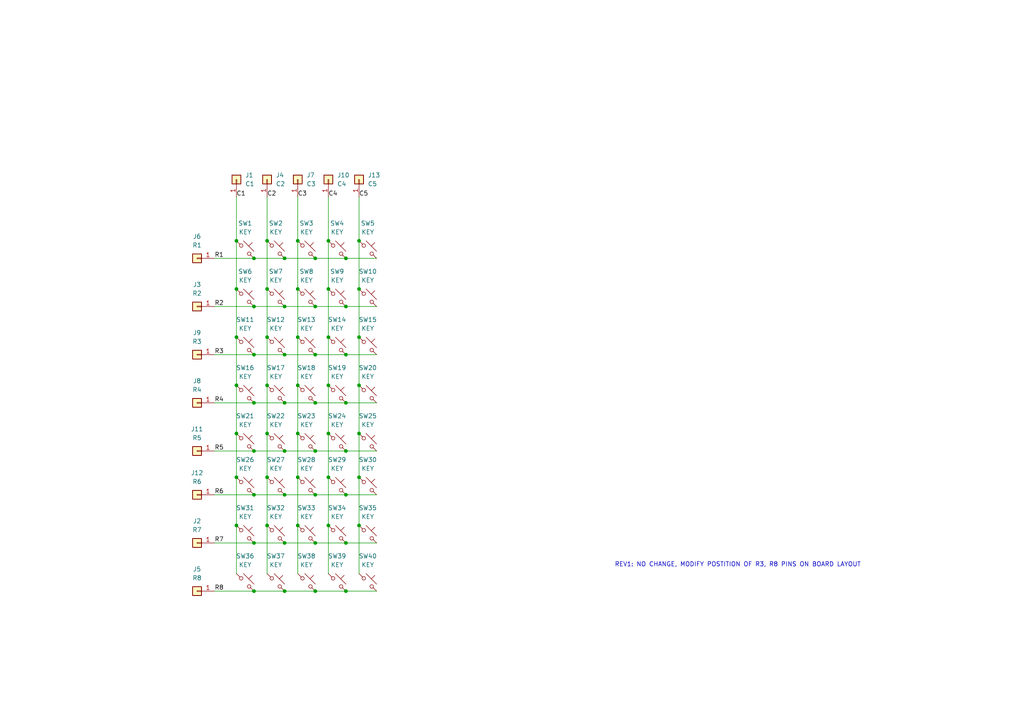
<source format=kicad_sch>
(kicad_sch (version 20231120) (generator "eeschema") (generator_version "8.0")
  (paper "A4")
  (title_block (title "TI-45 KEYBOARD") (date "2024-09-09") (rev "1") (company "CALCPSU"))
  (lib_symbols
    (symbol "Connector_Generic:Conn_01x01" (pin_names (offset 1.016) hide)
      (property "Reference" "J" (at 0 2.54 0))
      (property "Value" "Conn_01x01" (at 0 -2.54 0))
      (symbol "Conn_01x01_1_1"
        (rectangle (start -1.27 0.127) (end 0 -0.127) (stroke (width 0.1524)))
        (rectangle (start -1.27 1.27) (end 1.27 -1.27) (stroke (width 0.254)) (fill (type background)))
        (pin passive line (at -5.08 0 0) (length 3.81) (name "Pin_1") (number "1"))
      )
    )
    (symbol "Switch:SW_Push_45deg" (pin_numbers hide) (pin_names (offset 1.016) hide)
      (property "Reference" "SW" (at 3.048 1.016 0))
      (property "Value" "SW_Push_45deg" (at 0 -3.81 0))
      (symbol "SW_Push_45deg_0_1"
        (circle (center -1.1684 1.1684) (radius 0.508))
        (polyline (pts (xy -0.508 2.54) (xy 2.54 -0.508)))
        (polyline (pts (xy 1.016 1.016) (xy 2.032 2.032)))
        (polyline (pts (xy -2.54 2.54) (xy -1.524 1.524) (xy -1.524 1.524)))
        (polyline (pts (xy 1.524 -1.524) (xy 2.54 -2.54) (xy 2.54 -2.54) (xy 2.54 -2.54)))
        (circle (center 1.143 -1.1938) (radius 0.508))
        (pin passive line (at -2.54 2.54 0) (length 0) (name "1") (number "1"))
        (pin passive line (at 2.54 -2.54 180) (length 0) (name "2") (number "2"))
      )
    )
  )
  (junction (at 73.66 130.81))
  (junction (at 91.44 143.51))
  (junction (at 91.44 102.87))
  (junction (at 68.58 97.79))
  (junction (at 68.58 125.73))
  (junction (at 82.55 74.93))
  (junction (at 104.14 97.79))
  (junction (at 77.47 138.43))
  (junction (at 68.58 152.4))
  (junction (at 95.25 138.43))
  (junction (at 104.14 69.85))
  (junction (at 82.55 130.81))
  (junction (at 82.55 143.51))
  (junction (at 77.47 83.82))
  (junction (at 100.33 157.48))
  (junction (at 104.14 152.4))
  (junction (at 104.14 125.73))
  (junction (at 73.66 102.87))
  (junction (at 82.55 102.87))
  (junction (at 100.33 130.81))
  (junction (at 68.58 69.85))
  (junction (at 104.14 138.43))
  (junction (at 104.14 111.76))
  (junction (at 100.33 102.87))
  (junction (at 91.44 116.84))
  (junction (at 95.25 152.4))
  (junction (at 73.66 88.9))
  (junction (at 86.36 97.79))
  (junction (at 100.33 74.93))
  (junction (at 68.58 83.82))
  (junction (at 95.25 83.82))
  (junction (at 95.25 125.73))
  (junction (at 73.66 157.48))
  (junction (at 77.47 111.76))
  (junction (at 73.66 143.51))
  (junction (at 68.58 111.76))
  (junction (at 86.36 138.43))
  (junction (at 77.47 69.85))
  (junction (at 82.55 88.9))
  (junction (at 73.66 171.45))
  (junction (at 95.25 97.79))
  (junction (at 86.36 125.73))
  (junction (at 73.66 116.84))
  (junction (at 77.47 97.79))
  (junction (at 86.36 83.82))
  (junction (at 91.44 88.9))
  (junction (at 73.66 74.93))
  (junction (at 86.36 69.85))
  (junction (at 100.33 88.9))
  (junction (at 82.55 157.48))
  (junction (at 91.44 74.93))
  (junction (at 95.25 69.85))
  (junction (at 82.55 116.84))
  (junction (at 100.33 171.45))
  (junction (at 91.44 157.48))
  (junction (at 82.55 171.45))
  (junction (at 77.47 152.4))
  (junction (at 95.25 111.76))
  (junction (at 104.14 83.82))
  (junction (at 68.58 138.43))
  (junction (at 91.44 130.81))
  (junction (at 86.36 111.76))
  (junction (at 100.33 116.84))
  (junction (at 77.47 125.73))
  (junction (at 91.44 171.45))
  (junction (at 100.33 143.51))
  (junction (at 86.36 152.4))
  (wire (pts (xy 82.55 130.81) (xy 91.44 130.81)))
  (wire (pts (xy 62.23 74.93) (xy 73.66 74.93)))
  (wire (pts (xy 62.23 116.84) (xy 73.66 116.84)))
  (wire (pts (xy 95.25 125.73) (xy 95.25 138.43)))
  (wire (pts (xy 86.36 69.85) (xy 86.36 83.82)))
  (wire (pts (xy 68.58 138.43) (xy 68.58 152.4)))
  (wire (pts (xy 104.14 69.85) (xy 104.14 83.82)))
  (wire (pts (xy 77.47 97.79) (xy 77.47 111.76)))
  (wire (pts (xy 82.55 116.84) (xy 91.44 116.84)))
  (wire (pts (xy 104.14 111.76) (xy 104.14 125.73)))
  (wire (pts (xy 62.23 88.9) (xy 73.66 88.9)))
  (wire (pts (xy 82.55 74.93) (xy 91.44 74.93)))
  (wire (pts (xy 95.25 57.15) (xy 95.25 69.85)))
  (wire (pts (xy 73.66 130.81) (xy 82.55 130.81)))
  (wire (pts (xy 100.33 116.84) (xy 109.22 116.84)))
  (wire (pts (xy 95.25 83.82) (xy 95.25 97.79)))
  (wire (pts (xy 91.44 171.45) (xy 100.33 171.45)))
  (wire (pts (xy 68.58 125.73) (xy 68.58 138.43)))
  (wire (pts (xy 86.36 138.43) (xy 86.36 152.4)))
  (wire (pts (xy 100.33 171.45) (xy 109.22 171.45)))
  (wire (pts (xy 68.58 83.82) (xy 68.58 97.79)))
  (wire (pts (xy 68.58 69.85) (xy 68.58 83.82)))
  (wire (pts (xy 68.58 111.76) (xy 68.58 125.73)))
  (wire (pts (xy 62.23 171.45) (xy 73.66 171.45)))
  (wire (pts (xy 73.66 116.84) (xy 82.55 116.84)))
  (wire (pts (xy 86.36 57.15) (xy 86.36 69.85)))
  (wire (pts (xy 77.47 83.82) (xy 77.47 97.79)))
  (wire (pts (xy 91.44 157.48) (xy 100.33 157.48)))
  (wire (pts (xy 100.33 88.9) (xy 109.22 88.9)))
  (wire (pts (xy 62.23 143.51) (xy 73.66 143.51)))
  (wire (pts (xy 86.36 125.73) (xy 86.36 138.43)))
  (wire (pts (xy 77.47 152.4) (xy 77.47 166.37)))
  (wire (pts (xy 77.47 111.76) (xy 77.47 125.73)))
  (wire (pts (xy 62.23 157.48) (xy 73.66 157.48)))
  (wire (pts (xy 82.55 143.51) (xy 91.44 143.51)))
  (wire (pts (xy 104.14 125.73) (xy 104.14 138.43)))
  (wire (pts (xy 86.36 97.79) (xy 86.36 111.76)))
  (wire (pts (xy 100.33 130.81) (xy 109.22 130.81)))
  (wire (pts (xy 68.58 97.79) (xy 68.58 111.76)))
  (wire (pts (xy 104.14 97.79) (xy 104.14 111.76)))
  (wire (pts (xy 100.33 157.48) (xy 109.22 157.48)))
  (wire (pts (xy 104.14 138.43) (xy 104.14 152.4)))
  (wire (pts (xy 73.66 74.93) (xy 82.55 74.93)))
  (wire (pts (xy 91.44 74.93) (xy 100.33 74.93)))
  (wire (pts (xy 86.36 111.76) (xy 86.36 125.73)))
  (wire (pts (xy 73.66 102.87) (xy 82.55 102.87)))
  (wire (pts (xy 62.23 130.81) (xy 73.66 130.81)))
  (wire (pts (xy 62.23 102.87) (xy 73.66 102.87)))
  (wire (pts (xy 82.55 157.48) (xy 91.44 157.48)))
  (wire (pts (xy 86.36 152.4) (xy 86.36 166.37)))
  (wire (pts (xy 91.44 130.81) (xy 100.33 130.81)))
  (wire (pts (xy 100.33 74.93) (xy 109.22 74.93)))
  (wire (pts (xy 91.44 143.51) (xy 100.33 143.51)))
  (wire (pts (xy 77.47 125.73) (xy 77.47 138.43)))
  (wire (pts (xy 95.25 97.79) (xy 95.25 111.76)))
  (wire (pts (xy 82.55 171.45) (xy 91.44 171.45)))
  (wire (pts (xy 77.47 57.15) (xy 77.47 69.85)))
  (wire (pts (xy 73.66 143.51) (xy 82.55 143.51)))
  (wire (pts (xy 104.14 83.82) (xy 104.14 97.79)))
  (wire (pts (xy 68.58 152.4) (xy 68.58 166.37)))
  (wire (pts (xy 91.44 88.9) (xy 100.33 88.9)))
  (wire (pts (xy 73.66 171.45) (xy 82.55 171.45)))
  (wire (pts (xy 100.33 143.51) (xy 109.22 143.51)))
  (wire (pts (xy 77.47 69.85) (xy 77.47 83.82)))
  (wire (pts (xy 95.25 152.4) (xy 95.25 166.37)))
  (wire (pts (xy 104.14 152.4) (xy 104.14 166.37)))
  (wire (pts (xy 91.44 102.87) (xy 100.33 102.87)))
  (wire (pts (xy 68.58 57.15) (xy 68.58 69.85)))
  (wire (pts (xy 91.44 116.84) (xy 100.33 116.84)))
  (wire (pts (xy 95.25 69.85) (xy 95.25 83.82)))
  (wire (pts (xy 95.25 138.43) (xy 95.25 152.4)))
  (wire (pts (xy 77.47 138.43) (xy 77.47 152.4)))
  (wire (pts (xy 73.66 88.9) (xy 82.55 88.9)))
  (wire (pts (xy 104.14 57.15) (xy 104.14 69.85)))
  (wire (pts (xy 73.66 157.48) (xy 82.55 157.48)))
  (wire (pts (xy 82.55 88.9) (xy 91.44 88.9)))
  (wire (pts (xy 86.36 83.82) (xy 86.36 97.79)))
  (wire (pts (xy 82.55 102.87) (xy 91.44 102.87)))
  (wire (pts (xy 95.25 111.76) (xy 95.25 125.73)))
  (wire (pts (xy 100.33 102.87) (xy 109.22 102.87)))
  (text "REV1: NO CHANGE, MODIFY POSTITION OF R3, R8 PINS ON BOARD LAYOUT" (at 213.995 163.83 0) (effects (font (size 1.27 1.27))))
  (label "R7" (at 62.23 157.48 0))
  (label "R5" (at 62.23 130.81 0))
  (label "R6" (at 62.23 143.51 0))
  (label "C5" (at 104.14 57.15 0))
  (label "R4" (at 62.23 116.84 0))
  (label "C4" (at 95.25 57.15 0))
  (label "R8" (at 62.23 171.45 0))
  (label "R3" (at 62.23 102.87 0))
  (label "R2" (at 62.23 88.9 0))
  (label "C2" (at 77.47 57.15 0))
  (label "R1" (at 62.23 74.93 0))
  (label "C1" (at 68.58 57.15 0))
  (label "C3" (at 86.36 57.15 0))
  (symbol (lib_id "Connector_Generic:Conn_01x01") (at 95.25 52.07 90) (unit 1)
    (property "Reference" "J10" (at 97.79 50.8 90) (effects (justify right)))
    (property "Value" "C4" (at 97.79 53.34 90) (effects (justify right)))
    (property "Footprint" "Connector_Wire:SolderWire-0.25sqmm_1x01_D0.65mm_OD1.7mm" (effects (hide yes)))
  )
  (symbol (lib_id "Switch:SW_Push_45deg") (at 97.79 100.33 0) (unit 1)
    (property "Reference" "SW14" (at 97.79 92.71 0))
    (property "Value" "KEY" (at 97.79 95.25 0))
    (property "Footprint" "george:PUSH_TACT_4.8x4.8x0.8" (effects (hide yes)))
  )
  (symbol (lib_id "Switch:SW_Push_45deg") (at 106.68 100.33 0) (unit 1)
    (property "Reference" "SW15" (at 106.68 92.71 0))
    (property "Value" "KEY" (at 106.68 95.25 0))
    (property "Footprint" "george:PUSH_TACT_4.8x4.8x0.8" (effects (hide yes)))
  )
  (symbol (lib_id "Switch:SW_Push_45deg") (at 88.9 114.3 0) (unit 1)
    (property "Reference" "SW18" (at 88.9 106.68 0))
    (property "Value" "KEY" (at 88.9 109.22 0))
    (property "Footprint" "george:PUSH_TACT_4.8x4.8x0.8" (effects (hide yes)))
  )
  (symbol (lib_id "Connector_Generic:Conn_01x01") (at 57.15 157.48 180) (unit 1)
    (property "Reference" "J2" (at 57.15 151.13 0))
    (property "Value" "R7" (at 57.15 153.67 0))
    (property "Footprint" "Connector_Wire:SolderWire-0.25sqmm_1x01_D0.65mm_OD1.7mm" (effects (hide yes)))
  )
  (symbol (lib_id "Switch:SW_Push_45deg") (at 88.9 168.91 0) (unit 1)
    (property "Reference" "SW38" (at 88.9 161.29 0))
    (property "Value" "KEY" (at 88.9 163.83 0))
    (property "Footprint" "george:PUSH_TACT_4.8x4.8x0.8" (effects (hide yes)))
  )
  (symbol (lib_id "Switch:SW_Push_45deg") (at 88.9 128.27 0) (unit 1)
    (property "Reference" "SW23" (at 88.9 120.65 0))
    (property "Value" "KEY" (at 88.9 123.19 0))
    (property "Footprint" "george:PUSH_TACT_4.8x4.8x0.8" (effects (hide yes)))
  )
  (symbol (lib_id "Switch:SW_Push_45deg") (at 71.12 128.27 0) (unit 1)
    (property "Reference" "SW21" (at 71.12 120.65 0))
    (property "Value" "KEY" (at 71.12 123.19 0))
    (property "Footprint" "george:PUSH_TACT_4.8x4.8x0.8" (effects (hide yes)))
  )
  (symbol (lib_id "Connector_Generic:Conn_01x01") (at 77.47 52.07 90) (unit 1)
    (property "Reference" "J4" (at 80.01 50.8 90) (effects (justify right)))
    (property "Value" "C2" (at 80.01 53.34 90) (effects (justify right)))
    (property "Footprint" "Connector_Wire:SolderWire-0.25sqmm_1x01_D0.65mm_OD1.7mm" (effects (hide yes)))
  )
  (symbol (lib_id "Connector_Generic:Conn_01x01") (at 57.15 74.93 180) (unit 1)
    (property "Reference" "J6" (at 57.15 68.58 0))
    (property "Value" "R1" (at 57.15 71.12 0))
    (property "Footprint" "Connector_Wire:SolderWire-0.25sqmm_1x01_D0.65mm_OD1.7mm" (effects (hide yes)))
  )
  (symbol (lib_id "Switch:SW_Push_45deg") (at 80.01 100.33 0) (unit 1)
    (property "Reference" "SW12" (at 80.01 92.71 0))
    (property "Value" "KEY" (at 80.01 95.25 0))
    (property "Footprint" "george:PUSH_TACT_4.8x4.8x0.8" (effects (hide yes)))
  )
  (symbol (lib_id "Switch:SW_Push_45deg") (at 80.01 114.3 0) (unit 1)
    (property "Reference" "SW17" (at 80.01 106.68 0))
    (property "Value" "KEY" (at 80.01 109.22 0))
    (property "Footprint" "george:PUSH_TACT_4.8x4.8x0.8" (effects (hide yes)))
  )
  (symbol (lib_id "Switch:SW_Push_45deg") (at 97.79 154.94 0) (unit 1)
    (property "Reference" "SW34" (at 97.79 147.32 0))
    (property "Value" "KEY" (at 97.79 149.86 0))
    (property "Footprint" "george:PUSH_TACT_4.8x4.8x0.8" (effects (hide yes)))
  )
  (symbol (lib_id "Switch:SW_Push_45deg") (at 97.79 86.36 0) (unit 1)
    (property "Reference" "SW9" (at 97.79 78.74 0))
    (property "Value" "KEY" (at 97.79 81.28 0))
    (property "Footprint" "george:PUSH_TACT_4.8x4.8x0.8" (effects (hide yes)))
  )
  (symbol (lib_id "Switch:SW_Push_45deg") (at 80.01 128.27 0) (unit 1)
    (property "Reference" "SW22" (at 80.01 120.65 0))
    (property "Value" "KEY" (at 80.01 123.19 0))
    (property "Footprint" "george:PUSH_TACT_4.8x4.8x0.8" (effects (hide yes)))
  )
  (symbol (lib_id "Switch:SW_Push_45deg") (at 106.68 114.3 0) (unit 1)
    (property "Reference" "SW20" (at 106.68 106.68 0))
    (property "Value" "KEY" (at 106.68 109.22 0))
    (property "Footprint" "george:PUSH_TACT_4.8x4.8x0.8" (effects (hide yes)))
  )
  (symbol (lib_id "Switch:SW_Push_45deg") (at 88.9 100.33 0) (unit 1)
    (property "Reference" "SW13" (at 88.9 92.71 0))
    (property "Value" "KEY" (at 88.9 95.25 0))
    (property "Footprint" "george:PUSH_TACT_4.8x4.8x0.8" (effects (hide yes)))
  )
  (symbol (lib_id "Switch:SW_Push_45deg") (at 106.68 72.39 0) (unit 1)
    (property "Reference" "SW5" (at 106.68 64.77 0))
    (property "Value" "KEY" (at 106.68 67.31 0))
    (property "Footprint" "george:PUSH_TACT_4.8x4.8x0.8" (effects (hide yes)))
  )
  (symbol (lib_id "Switch:SW_Push_45deg") (at 106.68 168.91 0) (unit 1)
    (property "Reference" "SW40" (at 106.68 161.29 0))
    (property "Value" "KEY" (at 106.68 163.83 0))
    (property "Footprint" "george:PUSH_TACT_4.8x4.8x0.8" (effects (hide yes)))
  )
  (symbol (lib_id "Connector_Generic:Conn_01x01") (at 104.14 52.07 90) (unit 1)
    (property "Reference" "J13" (at 106.68 50.8 90) (effects (justify right)))
    (property "Value" "C5" (at 106.68 53.34 90) (effects (justify right)))
    (property "Footprint" "Connector_Wire:SolderWire-0.25sqmm_1x01_D0.65mm_OD1.7mm" (effects (hide yes)))
  )
  (symbol (lib_id "Switch:SW_Push_45deg") (at 71.12 154.94 0) (unit 1)
    (property "Reference" "SW31" (at 71.12 147.32 0))
    (property "Value" "KEY" (at 71.12 149.86 0))
    (property "Footprint" "george:PUSH_TACT_4.8x4.8x0.8" (effects (hide yes)))
  )
  (symbol (lib_id "Switch:SW_Push_45deg") (at 71.12 100.33 0) (unit 1)
    (property "Reference" "SW11" (at 71.12 92.71 0))
    (property "Value" "KEY" (at 71.12 95.25 0))
    (property "Footprint" "george:PUSH_TACT_4.8x4.8x0.8" (effects (hide yes)))
  )
  (symbol (lib_id "Switch:SW_Push_45deg") (at 71.12 168.91 0) (unit 1)
    (property "Reference" "SW36" (at 71.12 161.29 0))
    (property "Value" "KEY" (at 71.12 163.83 0))
    (property "Footprint" "george:PUSH_TACT_4.8x4.8x0.8" (effects (hide yes)))
  )
  (symbol (lib_id "Switch:SW_Push_45deg") (at 106.68 140.97 0) (unit 1)
    (property "Reference" "SW30" (at 106.68 133.35 0))
    (property "Value" "KEY" (at 106.68 135.89 0))
    (property "Footprint" "george:PUSH_TACT_4.8x4.8x0.8" (effects (hide yes)))
  )
  (symbol (lib_id "Connector_Generic:Conn_01x01") (at 57.15 171.45 180) (unit 1)
    (property "Reference" "J5" (at 57.15 165.1 0))
    (property "Value" "R8" (at 57.15 167.64 0))
    (property "Footprint" "Connector_Wire:SolderWire-0.25sqmm_1x01_D0.65mm_OD1.7mm" (effects (hide yes)))
  )
  (symbol (lib_id "Connector_Generic:Conn_01x01") (at 57.15 102.87 180) (unit 1)
    (property "Reference" "J9" (at 57.15 96.52 0))
    (property "Value" "R3" (at 57.15 99.06 0))
    (property "Footprint" "Connector_Wire:SolderWire-0.25sqmm_1x01_D0.65mm_OD1.7mm" (effects (hide yes)))
  )
  (symbol (lib_id "Switch:SW_Push_45deg") (at 97.79 168.91 0) (unit 1)
    (property "Reference" "SW39" (at 97.79 161.29 0))
    (property "Value" "KEY" (at 97.79 163.83 0))
    (property "Footprint" "george:PUSH_TACT_4.8x4.8x0.8" (effects (hide yes)))
  )
  (symbol (lib_id "Connector_Generic:Conn_01x01") (at 57.15 130.81 180) (unit 1)
    (property "Reference" "J11" (at 57.15 124.46 0))
    (property "Value" "R5" (at 57.15 127 0))
    (property "Footprint" "Connector_Wire:SolderWire-0.25sqmm_1x01_D0.65mm_OD1.7mm" (effects (hide yes)))
  )
  (symbol (lib_id "Connector_Generic:Conn_01x01") (at 57.15 88.9 180) (unit 1)
    (property "Reference" "J3" (at 57.15 82.55 0))
    (property "Value" "R2" (at 57.15 85.09 0))
    (property "Footprint" "Connector_Wire:SolderWire-0.25sqmm_1x01_D0.65mm_OD1.7mm" (effects (hide yes)))
  )
  (symbol (lib_id "Switch:SW_Push_45deg") (at 80.01 168.91 0) (unit 1)
    (property "Reference" "SW37" (at 80.01 161.29 0))
    (property "Value" "KEY" (at 80.01 163.83 0))
    (property "Footprint" "george:PUSH_TACT_4.8x4.8x0.8" (effects (hide yes)))
  )
  (symbol (lib_id "Switch:SW_Push_45deg") (at 71.12 140.97 0) (unit 1)
    (property "Reference" "SW26" (at 71.12 133.35 0))
    (property "Value" "KEY" (at 71.12 135.89 0))
    (property "Footprint" "george:PUSH_TACT_4.8x4.8x0.8" (effects (hide yes)))
  )
  (symbol (lib_id "Switch:SW_Push_45deg") (at 97.79 128.27 0) (unit 1)
    (property "Reference" "SW24" (at 97.79 120.65 0))
    (property "Value" "KEY" (at 97.79 123.19 0))
    (property "Footprint" "george:PUSH_TACT_4.8x4.8x0.8" (effects (hide yes)))
  )
  (symbol (lib_id "Switch:SW_Push_45deg") (at 80.01 72.39 0) (unit 1)
    (property "Reference" "SW2" (at 80.01 64.77 0))
    (property "Value" "KEY" (at 80.01 67.31 0))
    (property "Footprint" "george:PUSH_TACT_4.8x4.8x0.8" (effects (hide yes)))
  )
  (symbol (lib_id "Switch:SW_Push_45deg") (at 88.9 72.39 0) (unit 1)
    (property "Reference" "SW3" (at 88.9 64.77 0))
    (property "Value" "KEY" (at 88.9 67.31 0))
    (property "Footprint" "george:PUSH_TACT_4.8x4.8x0.8" (effects (hide yes)))
  )
  (symbol (lib_id "Switch:SW_Push_45deg") (at 88.9 86.36 0) (unit 1)
    (property "Reference" "SW8" (at 88.9 78.74 0))
    (property "Value" "KEY" (at 88.9 81.28 0))
    (property "Footprint" "george:PUSH_TACT_4.8x4.8x0.8" (effects (hide yes)))
  )
  (symbol (lib_id "Switch:SW_Push_45deg") (at 97.79 72.39 0) (unit 1)
    (property "Reference" "SW4" (at 97.79 64.77 0))
    (property "Value" "KEY" (at 97.79 67.31 0))
    (property "Footprint" "george:PUSH_TACT_4.8x4.8x0.8" (effects (hide yes)))
  )
  (symbol (lib_id "Switch:SW_Push_45deg") (at 97.79 114.3 0) (unit 1)
    (property "Reference" "SW19" (at 97.79 106.68 0))
    (property "Value" "KEY" (at 97.79 109.22 0))
    (property "Footprint" "george:PUSH_TACT_4.8x4.8x0.8" (effects (hide yes)))
  )
  (symbol (lib_id "Switch:SW_Push_45deg") (at 71.12 86.36 0) (unit 1)
    (property "Reference" "SW6" (at 71.12 78.74 0))
    (property "Value" "KEY" (at 71.12 81.28 0))
    (property "Footprint" "george:PUSH_TACT_4.8x4.8x0.8" (effects (hide yes)))
  )
  (symbol (lib_id "Switch:SW_Push_45deg") (at 88.9 140.97 0) (unit 1)
    (property "Reference" "SW28" (at 88.9 133.35 0))
    (property "Value" "KEY" (at 88.9 135.89 0))
    (property "Footprint" "george:PUSH_TACT_4.8x4.8x0.8" (effects (hide yes)))
  )
  (symbol (lib_id "Switch:SW_Push_45deg") (at 106.68 154.94 0) (unit 1)
    (property "Reference" "SW35" (at 106.68 147.32 0))
    (property "Value" "KEY" (at 106.68 149.86 0))
    (property "Footprint" "george:PUSH_TACT_4.8x4.8x0.8" (effects (hide yes)))
  )
  (symbol (lib_id "Switch:SW_Push_45deg") (at 106.68 128.27 0) (unit 1)
    (property "Reference" "SW25" (at 106.68 120.65 0))
    (property "Value" "KEY" (at 106.68 123.19 0))
    (property "Footprint" "george:PUSH_TACT_4.8x4.8x0.8" (effects (hide yes)))
  )
  (symbol (lib_id "Connector_Generic:Conn_01x01") (at 57.15 116.84 180) (unit 1)
    (property "Reference" "J8" (at 57.15 110.49 0))
    (property "Value" "R4" (at 57.15 113.03 0))
    (property "Footprint" "Connector_Wire:SolderWire-0.25sqmm_1x01_D0.65mm_OD1.7mm" (effects (hide yes)))
  )
  (symbol (lib_id "Connector_Generic:Conn_01x01") (at 86.36 52.07 90) (unit 1)
    (property "Reference" "J7" (at 88.9 50.8 90) (effects (justify right)))
    (property "Value" "C3" (at 88.9 53.34 90) (effects (justify right)))
    (property "Footprint" "Connector_Wire:SolderWire-0.25sqmm_1x01_D0.65mm_OD1.7mm" (effects (hide yes)))
  )
  (symbol (lib_id "Switch:SW_Push_45deg") (at 71.12 114.3 0) (unit 1)
    (property "Reference" "SW16" (at 71.12 106.68 0))
    (property "Value" "KEY" (at 71.12 109.22 0))
    (property "Footprint" "george:PUSH_TACT_4.8x4.8x0.8" (effects (hide yes)))
  )
  (symbol (lib_id "Switch:SW_Push_45deg") (at 80.01 86.36 0) (unit 1)
    (property "Reference" "SW7" (at 80.01 78.74 0))
    (property "Value" "KEY" (at 80.01 81.28 0))
    (property "Footprint" "george:PUSH_TACT_4.8x4.8x0.8" (effects (hide yes)))
  )
  (symbol (lib_id "Switch:SW_Push_45deg") (at 106.68 86.36 0) (unit 1)
    (property "Reference" "SW10" (at 106.68 78.74 0))
    (property "Value" "KEY" (at 106.68 81.28 0))
    (property "Footprint" "george:PUSH_TACT_4.8x4.8x0.8" (effects (hide yes)))
  )
  (symbol (lib_id "Switch:SW_Push_45deg") (at 71.12 72.39 0) (unit 1)
    (property "Reference" "SW1" (at 71.12 64.77 0))
    (property "Value" "KEY" (at 71.12 67.31 0))
    (property "Footprint" "george:PUSH_TACT_4.8x4.8x0.8" (effects (hide yes)))
  )
  (symbol (lib_id "Connector_Generic:Conn_01x01") (at 57.15 143.51 180) (unit 1)
    (property "Reference" "J12" (at 57.15 137.16 0))
    (property "Value" "R6" (at 57.15 139.7 0))
    (property "Footprint" "Connector_Wire:SolderWire-0.25sqmm_1x01_D0.65mm_OD1.7mm" (effects (hide yes)))
  )
  (symbol (lib_id "Switch:SW_Push_45deg") (at 80.01 140.97 0) (unit 1)
    (property "Reference" "SW27" (at 80.01 133.35 0))
    (property "Value" "KEY" (at 80.01 135.89 0))
    (property "Footprint" "george:PUSH_TACT_4.8x4.8x0.8" (effects (hide yes)))
  )
  (symbol (lib_id "Switch:SW_Push_45deg") (at 88.9 154.94 0) (unit 1)
    (property "Reference" "SW33" (at 88.9 147.32 0))
    (property "Value" "KEY" (at 88.9 149.86 0))
    (property "Footprint" "george:PUSH_TACT_4.8x4.8x0.8" (effects (hide yes)))
  )
  (symbol (lib_id "Connector_Generic:Conn_01x01") (at 68.58 52.07 90) (unit 1)
    (property "Reference" "J1" (at 71.12 50.8 90) (effects (justify right)))
    (property "Value" "C1" (at 71.12 53.34 90) (effects (justify right)))
    (property "Footprint" "Connector_Wire:SolderWire-0.25sqmm_1x01_D0.65mm_OD1.7mm" (effects (hide yes)))
  )
  (symbol (lib_id "Switch:SW_Push_45deg") (at 97.79 140.97 0) (unit 1)
    (property "Reference" "SW29" (at 97.79 133.35 0))
    (property "Value" "KEY" (at 97.79 135.89 0))
    (property "Footprint" "george:PUSH_TACT_4.8x4.8x0.8" (effects (hide yes)))
  )
  (symbol (lib_id "Switch:SW_Push_45deg") (at 80.01 154.94 0) (unit 1)
    (property "Reference" "SW32" (at 80.01 147.32 0))
    (property "Value" "KEY" (at 80.01 149.86 0))
    (property "Footprint" "george:PUSH_TACT_4.8x4.8x0.8" (effects (hide yes)))
  )
)
</source>
